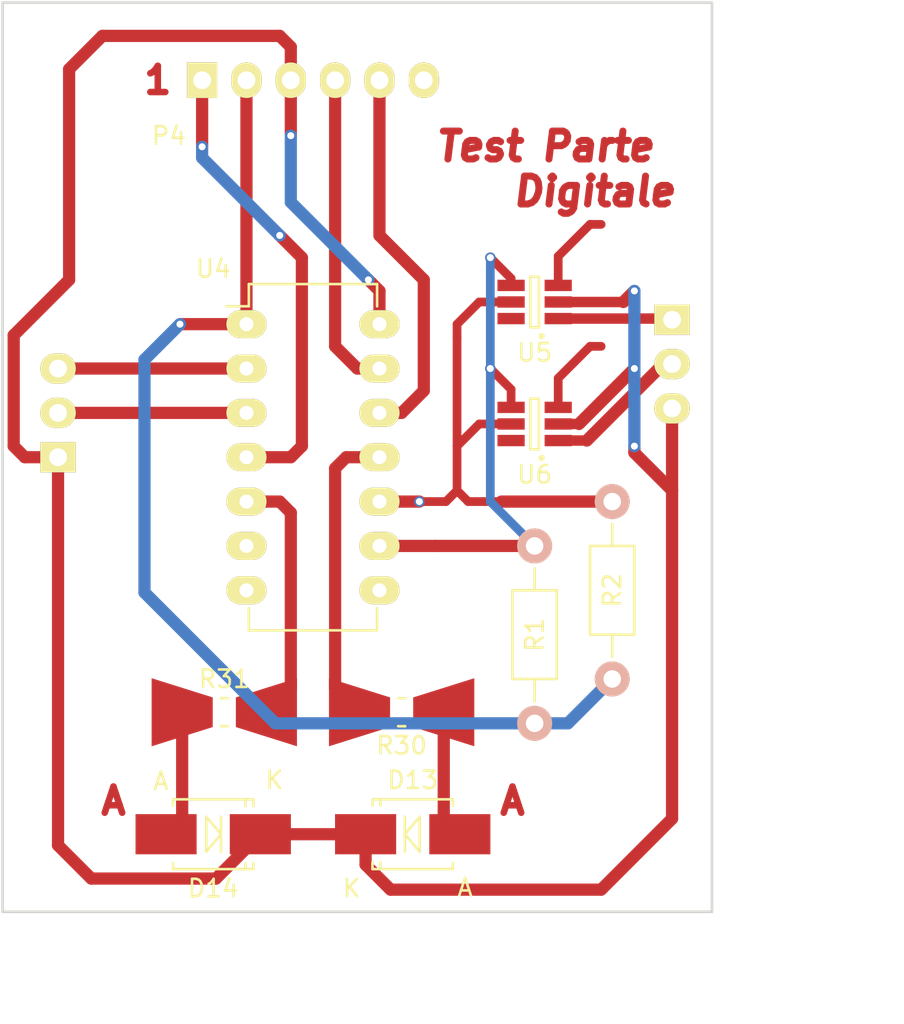
<source format=kicad_pcb>
(kicad_pcb (version 4) (host pcbnew 4.0.4+e1-6308~48~ubuntu16.04.1-stable)

  (general
    (links 30)
    (no_connects 3)
    (area 94.899762 86.128809 151.995 146.845001)
    (thickness 1.6)
    (drawings 10)
    (tracks 116)
    (zones 0)
    (modules 12)
    (nets 17)
  )

  (page A4)
  (layers
    (0 F.Cu signal)
    (31 B.Cu signal)
    (32 B.Adhes user)
    (33 F.Adhes user)
    (34 B.Paste user)
    (35 F.Paste user)
    (36 B.SilkS user)
    (37 F.SilkS user)
    (38 B.Mask user)
    (39 F.Mask user hide)
    (40 Dwgs.User user)
    (41 Cmts.User user)
    (42 Eco1.User user)
    (43 Eco2.User user)
    (44 Edge.Cuts user)
    (45 Margin user)
    (46 B.CrtYd user)
    (47 F.CrtYd user)
    (48 B.Fab user hide)
    (49 F.Fab user hide)
  )

  (setup
    (last_trace_width 0.5)
    (user_trace_width 0.5)
    (user_trace_width 0.7)
    (user_trace_width 0.8)
    (trace_clearance 0.2)
    (zone_clearance 0.508)
    (zone_45_only no)
    (trace_min 0.2)
    (segment_width 0.2)
    (edge_width 0.15)
    (via_size 0.6)
    (via_drill 0.4)
    (via_min_size 0.4)
    (via_min_drill 0.3)
    (uvia_size 0.3)
    (uvia_drill 0.1)
    (uvias_allowed no)
    (uvia_min_size 0.2)
    (uvia_min_drill 0.1)
    (pcb_text_width 0.3)
    (pcb_text_size 1.5 1.5)
    (mod_edge_width 0.15)
    (mod_text_size 1 1)
    (mod_text_width 0.15)
    (pad_size 1.524 1.524)
    (pad_drill 0.762)
    (pad_to_mask_clearance 0.2)
    (aux_axis_origin 0 0)
    (grid_origin 96.52 138.43)
    (visible_elements FFFFFF7F)
    (pcbplotparams
      (layerselection 0x00000_00000001)
      (usegerberextensions false)
      (excludeedgelayer false)
      (linewidth 0.100000)
      (plotframeref false)
      (viasonmask false)
      (mode 1)
      (useauxorigin false)
      (hpglpennumber 1)
      (hpglpenspeed 20)
      (hpglpendiameter 15)
      (hpglpenoverlay 2)
      (psnegative false)
      (psa4output false)
      (plotreference false)
      (plotvalue true)
      (plotinvisibletext false)
      (padsonsilk false)
      (subtractmaskfromsilk false)
      (outputformat 4)
      (mirror false)
      (drillshape 0)
      (scaleselection 1)
      (outputdirectory ""))
  )

  (net 0 "")
  (net 1 GND)
  (net 2 "Net-(D13-Pad2)")
  (net 3 "Net-(D14-Pad2)")
  (net 4 /TX)
  (net 5 /RX)
  (net 6 +5V)
  (net 7 /ICSPDAT)
  (net 8 /ICSPCLK)
  (net 9 /SDA)
  (net 10 /SCL)
  (net 11 /STATUS_LED_2)
  (net 12 /STATUS_LED_1)
  (net 13 VAA)
  (net 14 /dac_1_out)
  (net 15 /dac_2_out)
  (net 16 /~MCLR)

  (net_class Default "This is the default net class."
    (clearance 0.2)
    (trace_width 0.25)
    (via_dia 0.6)
    (via_drill 0.4)
    (uvia_dia 0.3)
    (uvia_drill 0.1)
    (add_net +5V)
    (add_net /ICSPCLK)
    (add_net /ICSPDAT)
    (add_net /RX)
    (add_net /SCL)
    (add_net /SDA)
    (add_net /STATUS_LED_1)
    (add_net /STATUS_LED_2)
    (add_net /TX)
    (add_net /dac_1_out)
    (add_net /dac_2_out)
    (add_net /~MCLR)
    (add_net GND)
    (add_net "Net-(D13-Pad2)")
    (add_net "Net-(D14-Pad2)")
    (add_net VAA)
  )

  (module Resistors_ThroughHole:Resistor_Horizontal_RM10mm (layer F.Cu) (tedit 5856571D) (tstamp 58565684)
    (at 127 127.635 90)
    (descr "Resistor, Axial,  RM 10mm, 1/3W")
    (tags "Resistor Axial RM 10mm 1/3W")
    (path /58565881)
    (fp_text reference R1 (at 5.08 0 90) (layer F.SilkS)
      (effects (font (size 1 1) (thickness 0.15)))
    )
    (fp_text value R (at 6.985 -2.54 90) (layer F.Fab)
      (effects (font (size 1 1) (thickness 0.15)))
    )
    (fp_line (start -1.25 -1.5) (end 11.4 -1.5) (layer F.CrtYd) (width 0.05))
    (fp_line (start -1.25 1.5) (end -1.25 -1.5) (layer F.CrtYd) (width 0.05))
    (fp_line (start 11.4 -1.5) (end 11.4 1.5) (layer F.CrtYd) (width 0.05))
    (fp_line (start -1.25 1.5) (end 11.4 1.5) (layer F.CrtYd) (width 0.05))
    (fp_line (start 2.54 -1.27) (end 7.62 -1.27) (layer F.SilkS) (width 0.15))
    (fp_line (start 7.62 -1.27) (end 7.62 1.27) (layer F.SilkS) (width 0.15))
    (fp_line (start 7.62 1.27) (end 2.54 1.27) (layer F.SilkS) (width 0.15))
    (fp_line (start 2.54 1.27) (end 2.54 -1.27) (layer F.SilkS) (width 0.15))
    (fp_line (start 2.54 0) (end 1.27 0) (layer F.SilkS) (width 0.15))
    (fp_line (start 7.62 0) (end 8.89 0) (layer F.SilkS) (width 0.15))
    (pad 1 thru_hole circle (at 0 0 90) (size 1.99898 1.99898) (drill 1.00076) (layers *.Cu *.SilkS *.Mask)
      (net 6 +5V))
    (pad 2 thru_hole circle (at 10.16 0 90) (size 1.99898 1.99898) (drill 1.00076) (layers *.Cu *.SilkS *.Mask)
      (net 9 /SDA))
    (model Resistors_ThroughHole.3dshapes/Resistor_Horizontal_RM10mm.wrl
      (at (xyz 0.2 0 0))
      (scale (xyz 0.4 0.4 0.4))
      (rotate (xyz 0 0 0))
    )
  )

  (module Resistors_ThroughHole:Resistor_Horizontal_RM10mm (layer F.Cu) (tedit 58565722) (tstamp 5856568A)
    (at 131.445 125.095 90)
    (descr "Resistor, Axial,  RM 10mm, 1/3W")
    (tags "Resistor Axial RM 10mm 1/3W")
    (path /5856597A)
    (fp_text reference R2 (at 5.08 0 90) (layer F.SilkS)
      (effects (font (size 1 1) (thickness 0.15)))
    )
    (fp_text value R (at 6.985 -2.54 90) (layer F.Fab)
      (effects (font (size 1 1) (thickness 0.15)))
    )
    (fp_line (start -1.25 -1.5) (end 11.4 -1.5) (layer F.CrtYd) (width 0.05))
    (fp_line (start -1.25 1.5) (end -1.25 -1.5) (layer F.CrtYd) (width 0.05))
    (fp_line (start 11.4 -1.5) (end 11.4 1.5) (layer F.CrtYd) (width 0.05))
    (fp_line (start -1.25 1.5) (end 11.4 1.5) (layer F.CrtYd) (width 0.05))
    (fp_line (start 2.54 -1.27) (end 7.62 -1.27) (layer F.SilkS) (width 0.15))
    (fp_line (start 7.62 -1.27) (end 7.62 1.27) (layer F.SilkS) (width 0.15))
    (fp_line (start 7.62 1.27) (end 2.54 1.27) (layer F.SilkS) (width 0.15))
    (fp_line (start 2.54 1.27) (end 2.54 -1.27) (layer F.SilkS) (width 0.15))
    (fp_line (start 2.54 0) (end 1.27 0) (layer F.SilkS) (width 0.15))
    (fp_line (start 7.62 0) (end 8.89 0) (layer F.SilkS) (width 0.15))
    (pad 1 thru_hole circle (at 0 0 90) (size 1.99898 1.99898) (drill 1.00076) (layers *.Cu *.SilkS *.Mask)
      (net 6 +5V))
    (pad 2 thru_hole circle (at 10.16 0 90) (size 1.99898 1.99898) (drill 1.00076) (layers *.Cu *.SilkS *.Mask)
      (net 10 /SCL))
    (model Resistors_ThroughHole.3dshapes/Resistor_Horizontal_RM10mm.wrl
      (at (xyz 0.2 0 0))
      (scale (xyz 0.4 0.4 0.4))
      (rotate (xyz 0 0 0))
    )
  )

  (module Housings_DIP:DIP-14_W7.62mm_LongPads (layer F.Cu) (tedit 5856594B) (tstamp 585656B4)
    (at 110.49 104.775)
    (descr "14-lead dip package, row spacing 7.62 mm (300 mils), longer pads")
    (tags "dil dip 2.54 300")
    (path /584FC13D)
    (fp_text reference U4 (at -1.905 -3.175 180) (layer F.SilkS)
      (effects (font (size 1 1) (thickness 0.15)))
    )
    (fp_text value PIC16F18323 (at 14.605 -1.905) (layer F.Fab)
      (effects (font (size 1 1) (thickness 0.15)))
    )
    (fp_line (start -1.4 -2.45) (end -1.4 17.7) (layer F.CrtYd) (width 0.05))
    (fp_line (start 9 -2.45) (end 9 17.7) (layer F.CrtYd) (width 0.05))
    (fp_line (start -1.4 -2.45) (end 9 -2.45) (layer F.CrtYd) (width 0.05))
    (fp_line (start -1.4 17.7) (end 9 17.7) (layer F.CrtYd) (width 0.05))
    (fp_line (start 0.135 -2.295) (end 0.135 -1.025) (layer F.SilkS) (width 0.15))
    (fp_line (start 7.485 -2.295) (end 7.485 -1.025) (layer F.SilkS) (width 0.15))
    (fp_line (start 7.485 17.535) (end 7.485 16.265) (layer F.SilkS) (width 0.15))
    (fp_line (start 0.135 17.535) (end 0.135 16.265) (layer F.SilkS) (width 0.15))
    (fp_line (start 0.135 -2.295) (end 7.485 -2.295) (layer F.SilkS) (width 0.15))
    (fp_line (start 0.135 17.535) (end 7.485 17.535) (layer F.SilkS) (width 0.15))
    (fp_line (start 0.135 -1.025) (end -1.15 -1.025) (layer F.SilkS) (width 0.15))
    (pad 1 thru_hole oval (at 0 0) (size 2.3 1.6) (drill 0.8) (layers *.Cu *.Mask F.SilkS)
      (net 6 +5V))
    (pad 2 thru_hole oval (at 0 2.54) (size 2.3 1.6) (drill 0.8) (layers *.Cu *.Mask F.SilkS)
      (net 5 /RX))
    (pad 3 thru_hole oval (at 0 5.08) (size 2.3 1.6) (drill 0.8) (layers *.Cu *.Mask F.SilkS)
      (net 4 /TX))
    (pad 4 thru_hole oval (at 0 7.62) (size 2.3 1.6) (drill 0.8) (layers *.Cu *.Mask F.SilkS)
      (net 16 /~MCLR))
    (pad 5 thru_hole oval (at 0 10.16) (size 2.3 1.6) (drill 0.8) (layers *.Cu *.Mask F.SilkS)
      (net 12 /STATUS_LED_1))
    (pad 6 thru_hole oval (at 0 12.7) (size 2.3 1.6) (drill 0.8) (layers *.Cu *.Mask F.SilkS))
    (pad 7 thru_hole oval (at 0 15.24) (size 2.3 1.6) (drill 0.8) (layers *.Cu *.Mask F.SilkS))
    (pad 8 thru_hole oval (at 7.62 15.24) (size 2.3 1.6) (drill 0.8) (layers *.Cu *.Mask F.SilkS))
    (pad 9 thru_hole oval (at 7.62 12.7) (size 2.3 1.6) (drill 0.8) (layers *.Cu *.Mask F.SilkS)
      (net 9 /SDA))
    (pad 10 thru_hole oval (at 7.62 10.16) (size 2.3 1.6) (drill 0.8) (layers *.Cu *.Mask F.SilkS)
      (net 10 /SCL))
    (pad 11 thru_hole oval (at 7.62 7.62) (size 2.3 1.6) (drill 0.8) (layers *.Cu *.Mask F.SilkS)
      (net 11 /STATUS_LED_2))
    (pad 12 thru_hole oval (at 7.62 5.08) (size 2.3 1.6) (drill 0.8) (layers *.Cu *.Mask F.SilkS)
      (net 8 /ICSPCLK))
    (pad 13 thru_hole oval (at 7.62 2.54) (size 2.3 1.6) (drill 0.8) (layers *.Cu *.Mask F.SilkS)
      (net 7 /ICSPDAT))
    (pad 14 thru_hole oval (at 7.62 0) (size 2.3 1.6) (drill 0.8) (layers *.Cu *.Mask F.SilkS)
      (net 1 GND))
    (model Housings_DIP.3dshapes/DIP-14_W7.62mm_LongPads.wrl
      (at (xyz 0 0 0))
      (scale (xyz 1 1 1))
      (rotate (xyz 0 0 0))
    )
  )

  (module Resistors_Universal:Resistor_SMD+THTuniversal_0805to2512_HandSoldering (layer F.Cu) (tedit 5856579D) (tstamp 58565859)
    (at 119.38 127 180)
    (descr "Resistor, SMD and THT, universal, 0805 to 2512, Hand soldering,")
    (tags "Resistor, SMD and THT, universal, 0805 to 2512, Hand soldering,")
    (path /584FEEDB)
    (fp_text reference R30 (at 0 -1.905 180) (layer F.SilkS)
      (effects (font (size 1 1) (thickness 0.15)))
    )
    (fp_text value 390 (at 0 2.54 180) (layer F.Fab)
      (effects (font (size 1 1) (thickness 0.15)))
    )
    (fp_line (start 0 0.8001) (end 0.20066 0.8001) (layer F.SilkS) (width 0.15))
    (fp_line (start 0 0.8001) (end -0.20066 0.8001) (layer F.SilkS) (width 0.15))
    (fp_line (start -0.09906 -0.8001) (end -0.20066 -0.8001) (layer F.SilkS) (width 0.15))
    (fp_line (start -0.20066 -0.8001) (end 0.20066 -0.8001) (layer F.SilkS) (width 0.15))
    (pad 1 smd trapezoid (at -2.413 0 180) (size 3.50012 2.79908) (rect_delta 1.09982 0 ) (layers F.Cu F.Paste F.Mask)
      (net 2 "Net-(D13-Pad2)"))
    (pad 2 smd trapezoid (at 2.413 0) (size 3.50012 2.79908) (rect_delta 1.09982 0 ) (layers F.Cu F.Paste F.Mask)
      (net 11 /STATUS_LED_2))
  )

  (module Resistors_Universal:Resistor_SMD+THTuniversal_0805to2512_HandSoldering (layer F.Cu) (tedit 585657A3) (tstamp 5856585E)
    (at 109.22 127)
    (descr "Resistor, SMD and THT, universal, 0805 to 2512, Hand soldering,")
    (tags "Resistor, SMD and THT, universal, 0805 to 2512, Hand soldering,")
    (path /584FF09D)
    (fp_text reference R31 (at 0 -1.905) (layer F.SilkS)
      (effects (font (size 1 1) (thickness 0.15)))
    )
    (fp_text value 390 (at 0 1.905) (layer F.Fab)
      (effects (font (size 1 1) (thickness 0.15)))
    )
    (fp_line (start 0 0.8001) (end 0.20066 0.8001) (layer F.SilkS) (width 0.15))
    (fp_line (start 0 0.8001) (end -0.20066 0.8001) (layer F.SilkS) (width 0.15))
    (fp_line (start -0.09906 -0.8001) (end -0.20066 -0.8001) (layer F.SilkS) (width 0.15))
    (fp_line (start -0.20066 -0.8001) (end 0.20066 -0.8001) (layer F.SilkS) (width 0.15))
    (pad 1 smd trapezoid (at -2.413 0) (size 3.50012 2.79908) (rect_delta 1.09982 0 ) (layers F.Cu F.Paste F.Mask)
      (net 3 "Net-(D14-Pad2)"))
    (pad 2 smd trapezoid (at 2.413 0 180) (size 3.50012 2.79908) (rect_delta 1.09982 0 ) (layers F.Cu F.Paste F.Mask)
      (net 12 /STATUS_LED_1))
  )

  (module Diodes_SMD:SMB_Handsoldering (layer F.Cu) (tedit 552FF2F0) (tstamp 585658C4)
    (at 120.015 133.985)
    (descr "Diode SMB Handsoldering")
    (tags "Diode SMB Handsoldering")
    (path /584FEDA7)
    (attr smd)
    (fp_text reference D13 (at 0 -3.1) (layer F.SilkS)
      (effects (font (size 1 1) (thickness 0.15)))
    )
    (fp_text value Led_Small (at 0.1 4.75) (layer F.Fab)
      (effects (font (size 1 1) (thickness 0.15)))
    )
    (fp_line (start -4.7 -2.25) (end 4.7 -2.25) (layer F.CrtYd) (width 0.05))
    (fp_line (start 4.7 -2.25) (end 4.7 2.25) (layer F.CrtYd) (width 0.05))
    (fp_line (start 4.7 2.25) (end -4.7 2.25) (layer F.CrtYd) (width 0.05))
    (fp_line (start -4.7 2.25) (end -4.7 -2.25) (layer F.CrtYd) (width 0.05))
    (fp_line (start -0.44958 0) (end 0.39878 -1.00076) (layer F.SilkS) (width 0.15))
    (fp_line (start 0.39878 -1.00076) (end 0.39878 1.00076) (layer F.SilkS) (width 0.15))
    (fp_line (start 0.39878 1.00076) (end -0.44958 0) (layer F.SilkS) (width 0.15))
    (fp_line (start -0.44958 0) (end -0.44958 1.00076) (layer F.SilkS) (width 0.15))
    (fp_line (start -0.44958 0) (end -0.44958 -1.00076) (layer F.SilkS) (width 0.15))
    (fp_text user K (at -3.5 3.1) (layer F.SilkS)
      (effects (font (size 1 1) (thickness 0.15)))
    )
    (fp_text user A (at 3 3.05) (layer F.SilkS)
      (effects (font (size 1 1) (thickness 0.15)))
    )
    (fp_line (start -2.30632 1.8) (end -2.30632 1.6002) (layer F.SilkS) (width 0.15))
    (fp_line (start -1.84928 1.8) (end -1.84928 1.601) (layer F.SilkS) (width 0.15))
    (fp_line (start 2.30124 1.8) (end 2.30124 1.651) (layer F.SilkS) (width 0.15))
    (fp_line (start -2.30124 -1.8) (end -2.30124 -1.651) (layer F.SilkS) (width 0.15))
    (fp_line (start -1.84928 -1.8) (end -1.84928 -1.651) (layer F.SilkS) (width 0.15))
    (fp_line (start 2.30124 -1.8) (end 2.30124 -1.651) (layer F.SilkS) (width 0.15))
    (fp_line (start -1.84928 1.94898) (end -1.84928 1.75086) (layer F.SilkS) (width 0.15))
    (fp_line (start -1.84928 -1.99898) (end -1.84928 -1.80086) (layer F.SilkS) (width 0.15))
    (fp_line (start 2.29616 1.99644) (end 2.29616 1.79832) (layer F.SilkS) (width 0.15))
    (fp_line (start -2.30632 1.99644) (end 2.29616 1.99644) (layer F.SilkS) (width 0.15))
    (fp_line (start -2.30632 1.99644) (end -2.30632 1.79832) (layer F.SilkS) (width 0.15))
    (fp_line (start -2.30124 -1.99898) (end -2.30124 -1.80086) (layer F.SilkS) (width 0.15))
    (fp_line (start -2.30124 -1.99898) (end 2.30124 -1.99898) (layer F.SilkS) (width 0.15))
    (fp_line (start 2.30124 -1.99898) (end 2.30124 -1.80086) (layer F.SilkS) (width 0.15))
    (pad 1 smd rect (at -2.70002 0) (size 3.50012 2.30124) (layers F.Cu F.Paste F.Mask)
      (net 1 GND))
    (pad 2 smd rect (at 2.70002 0) (size 3.50012 2.30124) (layers F.Cu F.Paste F.Mask)
      (net 2 "Net-(D13-Pad2)"))
    (model Diodes_SMD.3dshapes/SMB_Handsoldering.wrl
      (at (xyz 0 0 0))
      (scale (xyz 0.3937 0.3937 0.3937))
      (rotate (xyz 0 0 180))
    )
  )

  (module Diodes_SMD:SMB_Handsoldering (layer F.Cu) (tedit 552FF2F0) (tstamp 585658C9)
    (at 108.585 133.985 180)
    (descr "Diode SMB Handsoldering")
    (tags "Diode SMB Handsoldering")
    (path /584FF097)
    (attr smd)
    (fp_text reference D14 (at 0 -3.1 180) (layer F.SilkS)
      (effects (font (size 1 1) (thickness 0.15)))
    )
    (fp_text value Led_Small (at 0.1 4.75 180) (layer F.Fab)
      (effects (font (size 1 1) (thickness 0.15)))
    )
    (fp_line (start -4.7 -2.25) (end 4.7 -2.25) (layer F.CrtYd) (width 0.05))
    (fp_line (start 4.7 -2.25) (end 4.7 2.25) (layer F.CrtYd) (width 0.05))
    (fp_line (start 4.7 2.25) (end -4.7 2.25) (layer F.CrtYd) (width 0.05))
    (fp_line (start -4.7 2.25) (end -4.7 -2.25) (layer F.CrtYd) (width 0.05))
    (fp_line (start -0.44958 0) (end 0.39878 -1.00076) (layer F.SilkS) (width 0.15))
    (fp_line (start 0.39878 -1.00076) (end 0.39878 1.00076) (layer F.SilkS) (width 0.15))
    (fp_line (start 0.39878 1.00076) (end -0.44958 0) (layer F.SilkS) (width 0.15))
    (fp_line (start -0.44958 0) (end -0.44958 1.00076) (layer F.SilkS) (width 0.15))
    (fp_line (start -0.44958 0) (end -0.44958 -1.00076) (layer F.SilkS) (width 0.15))
    (fp_text user K (at -3.5 3.1 180) (layer F.SilkS)
      (effects (font (size 1 1) (thickness 0.15)))
    )
    (fp_text user A (at 3 3.05 180) (layer F.SilkS)
      (effects (font (size 1 1) (thickness 0.15)))
    )
    (fp_line (start -2.30632 1.8) (end -2.30632 1.6002) (layer F.SilkS) (width 0.15))
    (fp_line (start -1.84928 1.8) (end -1.84928 1.601) (layer F.SilkS) (width 0.15))
    (fp_line (start 2.30124 1.8) (end 2.30124 1.651) (layer F.SilkS) (width 0.15))
    (fp_line (start -2.30124 -1.8) (end -2.30124 -1.651) (layer F.SilkS) (width 0.15))
    (fp_line (start -1.84928 -1.8) (end -1.84928 -1.651) (layer F.SilkS) (width 0.15))
    (fp_line (start 2.30124 -1.8) (end 2.30124 -1.651) (layer F.SilkS) (width 0.15))
    (fp_line (start -1.84928 1.94898) (end -1.84928 1.75086) (layer F.SilkS) (width 0.15))
    (fp_line (start -1.84928 -1.99898) (end -1.84928 -1.80086) (layer F.SilkS) (width 0.15))
    (fp_line (start 2.29616 1.99644) (end 2.29616 1.79832) (layer F.SilkS) (width 0.15))
    (fp_line (start -2.30632 1.99644) (end 2.29616 1.99644) (layer F.SilkS) (width 0.15))
    (fp_line (start -2.30632 1.99644) (end -2.30632 1.79832) (layer F.SilkS) (width 0.15))
    (fp_line (start -2.30124 -1.99898) (end -2.30124 -1.80086) (layer F.SilkS) (width 0.15))
    (fp_line (start -2.30124 -1.99898) (end 2.30124 -1.99898) (layer F.SilkS) (width 0.15))
    (fp_line (start 2.30124 -1.99898) (end 2.30124 -1.80086) (layer F.SilkS) (width 0.15))
    (pad 1 smd rect (at -2.70002 0 180) (size 3.50012 2.30124) (layers F.Cu F.Paste F.Mask)
      (net 1 GND))
    (pad 2 smd rect (at 2.70002 0 180) (size 3.50012 2.30124) (layers F.Cu F.Paste F.Mask)
      (net 3 "Net-(D14-Pad2)"))
    (model Diodes_SMD.3dshapes/SMB_Handsoldering.wrl
      (at (xyz 0 0 0))
      (scale (xyz 0.3937 0.3937 0.3937))
      (rotate (xyz 0 0 180))
    )
  )

  (module Pin_Headers:Pin_Header_Straight_1x03 (layer F.Cu) (tedit 581679D6) (tstamp 58565A3E)
    (at 134.874 104.521)
    (descr "Through hole pin header")
    (tags "pin header")
    (path /58566183)
    (fp_text reference P1 (at -0.028 -2.39) (layer F.SilkS) hide
      (effects (font (size 1 1) (thickness 0.15)))
    )
    (fp_text value CONN_01X03 (at 0 -3.1) (layer F.Fab)
      (effects (font (size 1 1) (thickness 0.15)))
    )
    (fp_line (start -1.75 -1.75) (end -1.75 6.85) (layer F.CrtYd) (width 0.05))
    (fp_line (start 1.75 -1.75) (end 1.75 6.85) (layer F.CrtYd) (width 0.05))
    (fp_line (start -1.75 -1.75) (end 1.75 -1.75) (layer F.CrtYd) (width 0.05))
    (fp_line (start -1.75 6.85) (end 1.75 6.85) (layer F.CrtYd) (width 0.05))
    (pad 1 thru_hole rect (at 0 0) (size 2.032 1.7272) (drill 1.016) (layers *.Cu *.Mask F.SilkS)
      (net 14 /dac_1_out))
    (pad 2 thru_hole oval (at 0 2.54) (size 2.032 1.7272) (drill 1.016) (layers *.Cu *.Mask F.SilkS)
      (net 15 /dac_2_out))
    (pad 3 thru_hole oval (at 0 5.08) (size 2.032 1.7272) (drill 1.016) (layers *.Cu *.Mask F.SilkS)
      (net 1 GND))
    (model Pin_Headers.3dshapes/Pin_Header_Straight_1x03.wrl
      (at (xyz 0 -0.1 0))
      (scale (xyz 1 1 1))
      (rotate (xyz 0 0 90))
    )
  )

  (module Pin_Headers:Pin_Header_Straight_1x03 (layer F.Cu) (tedit 581679D6) (tstamp 58565AA3)
    (at 99.695 112.395 180)
    (descr "Through hole pin header")
    (tags "pin header")
    (path /585067E8)
    (fp_text reference P3 (at -0.028 -2.39 180) (layer F.SilkS) hide
      (effects (font (size 1 1) (thickness 0.15)))
    )
    (fp_text value UART_01X03 (at 0 -3.1 180) (layer F.Fab)
      (effects (font (size 1 1) (thickness 0.15)))
    )
    (fp_line (start -1.75 -1.75) (end -1.75 6.85) (layer F.CrtYd) (width 0.05))
    (fp_line (start 1.75 -1.75) (end 1.75 6.85) (layer F.CrtYd) (width 0.05))
    (fp_line (start -1.75 -1.75) (end 1.75 -1.75) (layer F.CrtYd) (width 0.05))
    (fp_line (start -1.75 6.85) (end 1.75 6.85) (layer F.CrtYd) (width 0.05))
    (pad 1 thru_hole rect (at 0 0 180) (size 2.032 1.7272) (drill 1.016) (layers *.Cu *.Mask F.SilkS)
      (net 1 GND))
    (pad 2 thru_hole oval (at 0 2.54 180) (size 2.032 1.7272) (drill 1.016) (layers *.Cu *.Mask F.SilkS)
      (net 4 /TX))
    (pad 3 thru_hole oval (at 0 5.08 180) (size 2.032 1.7272) (drill 1.016) (layers *.Cu *.Mask F.SilkS)
      (net 5 /RX))
    (model Pin_Headers.3dshapes/Pin_Header_Straight_1x03.wrl
      (at (xyz 0 -0.1 0))
      (scale (xyz 1 1 1))
      (rotate (xyz 0 0 90))
    )
  )

  (module Pin_Headers:Pin_Header_Straight_1x06 (layer F.Cu) (tedit 5816799F) (tstamp 58565AA9)
    (at 107.95 90.805 90)
    (descr "Through hole pin header")
    (tags "pin header")
    (path /584FCA58)
    (fp_text reference P4 (at -3.175 -1.905 180) (layer F.SilkS)
      (effects (font (size 1 1) (thickness 0.15)))
    )
    (fp_text value ICSP_01X06 (at 0 -3.1 90) (layer F.Fab)
      (effects (font (size 1 1) (thickness 0.15)))
    )
    (fp_line (start -1.75 -1.75) (end -1.75 14.45) (layer F.CrtYd) (width 0.05))
    (fp_line (start 1.75 -1.75) (end 1.75 14.45) (layer F.CrtYd) (width 0.05))
    (fp_line (start -1.75 -1.75) (end 1.75 -1.75) (layer F.CrtYd) (width 0.05))
    (fp_line (start -1.75 14.45) (end 1.75 14.45) (layer F.CrtYd) (width 0.05))
    (pad 1 thru_hole rect (at 0 0 90) (size 2.032 1.7272) (drill 1.016) (layers *.Cu *.Mask F.SilkS)
      (net 16 /~MCLR))
    (pad 2 thru_hole oval (at 0 2.54 90) (size 2.032 1.7272) (drill 1.016) (layers *.Cu *.Mask F.SilkS)
      (net 6 +5V))
    (pad 3 thru_hole oval (at 0 5.08 90) (size 2.032 1.7272) (drill 1.016) (layers *.Cu *.Mask F.SilkS)
      (net 1 GND))
    (pad 4 thru_hole oval (at 0 7.62 90) (size 2.032 1.7272) (drill 1.016) (layers *.Cu *.Mask F.SilkS)
      (net 7 /ICSPDAT))
    (pad 5 thru_hole oval (at 0 10.16 90) (size 2.032 1.7272) (drill 1.016) (layers *.Cu *.Mask F.SilkS)
      (net 8 /ICSPCLK))
    (pad 6 thru_hole oval (at 0 12.7 90) (size 2.032 1.7272) (drill 1.016) (layers *.Cu *.Mask F.SilkS))
    (model Pin_Headers.3dshapes/Pin_Header_Straight_1x06.wrl
      (at (xyz 0 -0.25 0))
      (scale (xyz 1 1 1))
      (rotate (xyz 0 0 90))
    )
  )

  (module TO_SOT_Packages_SMD:SOT-23-6_Handsoldering (layer F.Cu) (tedit 57267254) (tstamp 58594615)
    (at 127 103.505 180)
    (descr "6-pin SOT-23 package, Handsoldering")
    (tags "SOT-23-6 Handsoldering")
    (path /584FC1B0)
    (attr smd)
    (fp_text reference U5 (at 0 -2.9 180) (layer F.SilkS)
      (effects (font (size 1 1) (thickness 0.15)))
    )
    (fp_text value MCP4726 (at 0 2.9 180) (layer F.Fab)
      (effects (font (size 1 1) (thickness 0.15)))
    )
    (fp_line (start -2.4 1.7) (end -2.4 -1.7) (layer F.CrtYd) (width 0.05))
    (fp_line (start 2.4 1.7) (end -2.4 1.7) (layer F.CrtYd) (width 0.05))
    (fp_line (start 2.4 -1.7) (end 2.4 1.7) (layer F.CrtYd) (width 0.05))
    (fp_line (start -2.4 -1.7) (end 2.4 -1.7) (layer F.CrtYd) (width 0.05))
    (fp_circle (center -0.4 -1.95) (end -0.3 -1.95) (layer F.SilkS) (width 0.15))
    (fp_line (start 0.25 -1.45) (end -0.25 -1.45) (layer F.SilkS) (width 0.15))
    (fp_line (start 0.25 1.45) (end 0.25 -1.45) (layer F.SilkS) (width 0.15))
    (fp_line (start -0.25 1.45) (end 0.25 1.45) (layer F.SilkS) (width 0.15))
    (fp_line (start -0.25 -1.45) (end -0.25 1.45) (layer F.SilkS) (width 0.15))
    (pad 1 smd rect (at -1.35 -0.95 180) (size 1.56 0.65) (layers F.Cu F.Paste F.Mask)
      (net 14 /dac_1_out))
    (pad 2 smd rect (at -1.35 0 180) (size 1.56 0.65) (layers F.Cu F.Paste F.Mask)
      (net 1 GND))
    (pad 3 smd rect (at -1.35 0.95 180) (size 1.56 0.65) (layers F.Cu F.Paste F.Mask)
      (net 6 +5V))
    (pad 4 smd rect (at 1.35 0.95 180) (size 1.56 0.65) (layers F.Cu F.Paste F.Mask)
      (net 9 /SDA))
    (pad 6 smd rect (at 1.35 -0.95 180) (size 1.56 0.65) (layers F.Cu F.Paste F.Mask)
      (net 13 VAA))
    (pad 5 smd rect (at 1.35 0 180) (size 1.56 0.65) (layers F.Cu F.Paste F.Mask)
      (net 10 /SCL))
    (model TO_SOT_Packages_SMD.3dshapes/SOT-23-6.wrl
      (at (xyz 0 0 0))
      (scale (xyz 1 1 1))
      (rotate (xyz 0 0 0))
    )
  )

  (module TO_SOT_Packages_SMD:SOT-23-6_Handsoldering (layer F.Cu) (tedit 57267254) (tstamp 5859461E)
    (at 127 110.49 180)
    (descr "6-pin SOT-23 package, Handsoldering")
    (tags "SOT-23-6 Handsoldering")
    (path /584FC264)
    (attr smd)
    (fp_text reference U6 (at 0 -2.9 180) (layer F.SilkS)
      (effects (font (size 1 1) (thickness 0.15)))
    )
    (fp_text value MCP4726 (at 0 2.9 180) (layer F.Fab)
      (effects (font (size 1 1) (thickness 0.15)))
    )
    (fp_line (start -2.4 1.7) (end -2.4 -1.7) (layer F.CrtYd) (width 0.05))
    (fp_line (start 2.4 1.7) (end -2.4 1.7) (layer F.CrtYd) (width 0.05))
    (fp_line (start 2.4 -1.7) (end 2.4 1.7) (layer F.CrtYd) (width 0.05))
    (fp_line (start -2.4 -1.7) (end 2.4 -1.7) (layer F.CrtYd) (width 0.05))
    (fp_circle (center -0.4 -1.95) (end -0.3 -1.95) (layer F.SilkS) (width 0.15))
    (fp_line (start 0.25 -1.45) (end -0.25 -1.45) (layer F.SilkS) (width 0.15))
    (fp_line (start 0.25 1.45) (end 0.25 -1.45) (layer F.SilkS) (width 0.15))
    (fp_line (start -0.25 1.45) (end 0.25 1.45) (layer F.SilkS) (width 0.15))
    (fp_line (start -0.25 -1.45) (end -0.25 1.45) (layer F.SilkS) (width 0.15))
    (pad 1 smd rect (at -1.35 -0.95 180) (size 1.56 0.65) (layers F.Cu F.Paste F.Mask)
      (net 15 /dac_2_out))
    (pad 2 smd rect (at -1.35 0 180) (size 1.56 0.65) (layers F.Cu F.Paste F.Mask)
      (net 1 GND))
    (pad 3 smd rect (at -1.35 0.95 180) (size 1.56 0.65) (layers F.Cu F.Paste F.Mask)
      (net 6 +5V))
    (pad 4 smd rect (at 1.35 0.95 180) (size 1.56 0.65) (layers F.Cu F.Paste F.Mask)
      (net 9 /SDA))
    (pad 6 smd rect (at 1.35 -0.95 180) (size 1.56 0.65) (layers F.Cu F.Paste F.Mask)
      (net 13 VAA))
    (pad 5 smd rect (at 1.35 0 180) (size 1.56 0.65) (layers F.Cu F.Paste F.Mask)
      (net 10 /SCL))
    (model TO_SOT_Packages_SMD.3dshapes/SOT-23-6.wrl
      (at (xyz 0 0 0))
      (scale (xyz 1 1 1))
      (rotate (xyz 0 0 0))
    )
  )

  (dimension 52.07 (width 0.3) (layer Margin)
    (gr_text "52,070 mm" (at 145.495 112.395 90) (layer Margin)
      (effects (font (size 1.5 1.5) (thickness 0.3)))
    )
    (feature1 (pts (xy 140.97 86.36) (xy 146.845 86.36)))
    (feature2 (pts (xy 140.97 138.43) (xy 146.845 138.43)))
    (crossbar (pts (xy 144.145 138.43) (xy 144.145 86.36)))
    (arrow1a (pts (xy 144.145 86.36) (xy 144.731421 87.486504)))
    (arrow1b (pts (xy 144.145 86.36) (xy 143.558579 87.486504)))
    (arrow2a (pts (xy 144.145 138.43) (xy 144.731421 137.303496)))
    (arrow2b (pts (xy 144.145 138.43) (xy 143.558579 137.303496)))
  )
  (dimension 40.64 (width 0.3) (layer Margin)
    (gr_text "40,640 mm" (at 116.84 145.495) (layer Margin)
      (effects (font (size 1.5 1.5) (thickness 0.3)))
    )
    (feature1 (pts (xy 137.16 141.605) (xy 137.16 146.845)))
    (feature2 (pts (xy 96.52 141.605) (xy 96.52 146.845)))
    (crossbar (pts (xy 96.52 144.145) (xy 137.16 144.145)))
    (arrow1a (pts (xy 137.16 144.145) (xy 136.033496 144.731421)))
    (arrow1b (pts (xy 137.16 144.145) (xy 136.033496 143.558579)))
    (arrow2a (pts (xy 96.52 144.145) (xy 97.646504 144.731421)))
    (arrow2b (pts (xy 96.52 144.145) (xy 97.646504 143.558579)))
  )
  (gr_text A (at 125.73 132.08) (layer F.Cu)
    (effects (font (size 1.5 1.5) (thickness 0.375)))
  )
  (gr_text A (at 102.87 132.08) (layer F.Cu)
    (effects (font (size 1.5 1.5) (thickness 0.375)))
  )
  (gr_text 1 (at 105.41 90.805) (layer F.Cu)
    (effects (font (size 1.5 1.5) (thickness 0.375)))
  )
  (gr_text "Test Parte \nDigitale\n" (at 135.255 95.885) (layer F.Cu)
    (effects (font (size 1.6 1.6) (thickness 0.4) italic) (justify right))
  )
  (gr_line (start 96.52 86.36) (end 96.52 138.43) (angle 90) (layer Edge.Cuts) (width 0.15))
  (gr_line (start 137.16 86.36) (end 96.52 86.36) (angle 90) (layer Edge.Cuts) (width 0.15))
  (gr_line (start 137.16 138.43) (end 137.16 86.36) (angle 90) (layer Edge.Cuts) (width 0.15))
  (gr_line (start 96.52 138.43) (end 137.16 138.43) (angle 90) (layer Edge.Cuts) (width 0.15))

  (segment (start 128.1 103.505) (end 132.08 103.505) (width 0.6) (layer F.Cu) (net 1))
  (segment (start 132.08 103.505) (end 132.715 102.87) (width 0.7) (layer F.Cu) (net 1))
  (via (at 132.715 102.87) (size 0.6) (drill 0.4) (layers F.Cu B.Cu) (net 1))
  (segment (start 132.715 107.315) (end 132.715 102.87) (width 0.7) (layer B.Cu) (net 1))
  (via (at 132.715 107.315) (size 0.6) (drill 0.4) (layers F.Cu B.Cu) (net 1))
  (segment (start 129.54 110.49) (end 128.1 110.49) (width 0.6) (layer F.Cu) (net 1))
  (segment (start 132.715 107.315) (end 129.54 110.49) (width 0.7) (layer F.Cu) (net 1))
  (segment (start 132.715 107.315) (end 132.715 111.76) (width 0.7) (layer B.Cu) (net 1))
  (segment (start 134.874 133.096) (end 134.874 114.3) (width 0.7) (layer F.Cu) (net 1))
  (segment (start 134.874 114.3) (end 134.874 109.601) (width 0.7) (layer F.Cu) (net 1))
  (segment (start 132.715 111.76) (end 132.715 112.141) (width 0.7) (layer F.Cu) (net 1))
  (segment (start 132.715 112.141) (end 134.874 114.3) (width 0.7) (layer F.Cu) (net 1))
  (via (at 132.715 111.76) (size 0.6) (drill 0.4) (layers F.Cu B.Cu) (net 1))
  (segment (start 130.81 137.16) (end 134.874 133.096) (width 0.7) (layer F.Cu) (net 1))
  (segment (start 118.745 137.16) (end 130.81 137.16) (width 0.7) (layer F.Cu) (net 1))
  (segment (start 117.31498 135.72998) (end 118.745 137.16) (width 0.7) (layer F.Cu) (net 1))
  (segment (start 117.31498 133.985) (end 117.31498 135.72998) (width 0.7) (layer F.Cu) (net 1))
  (segment (start 113.03 93.98) (end 113.03 90.805) (width 0.7) (layer F.Cu) (net 1))
  (segment (start 117.475 102.235) (end 113.03 97.79) (width 0.7) (layer B.Cu) (net 1))
  (segment (start 113.03 97.79) (end 113.03 93.98) (width 0.7) (layer B.Cu) (net 1))
  (via (at 113.03 93.98) (size 0.6) (drill 0.4) (layers F.Cu B.Cu) (net 1))
  (segment (start 118.11 104.775) (end 118.11 102.87) (width 0.7) (layer F.Cu) (net 1))
  (segment (start 118.11 102.87) (end 117.475 102.235) (width 0.7) (layer F.Cu) (net 1))
  (via (at 117.475 102.235) (size 0.6) (drill 0.4) (layers F.Cu B.Cu) (net 1))
  (segment (start 101.6 136.525) (end 108.74502 136.525) (width 0.7) (layer F.Cu) (net 1))
  (segment (start 108.74502 136.525) (end 111.28502 133.985) (width 0.7) (layer F.Cu) (net 1))
  (segment (start 99.695 134.62) (end 101.6 136.525) (width 0.7) (layer F.Cu) (net 1))
  (segment (start 99.695 112.395) (end 99.695 134.62) (width 0.7) (layer F.Cu) (net 1))
  (segment (start 111.28502 133.985) (end 117.31498 133.985) (width 0.7) (layer F.Cu) (net 1))
  (segment (start 99.695 112.395) (end 97.79 112.395) (width 0.7) (layer F.Cu) (net 1))
  (segment (start 97.79 112.395) (end 97.155 111.76) (width 0.7) (layer F.Cu) (net 1))
  (segment (start 97.155 111.76) (end 97.155 105.41) (width 0.7) (layer F.Cu) (net 1))
  (segment (start 97.155 105.41) (end 100.33 102.235) (width 0.7) (layer F.Cu) (net 1))
  (segment (start 100.33 102.235) (end 100.33 90.17) (width 0.7) (layer F.Cu) (net 1))
  (segment (start 100.33 90.17) (end 102.235 88.265) (width 0.7) (layer F.Cu) (net 1))
  (segment (start 102.235 88.265) (end 112.395 88.265) (width 0.7) (layer F.Cu) (net 1))
  (segment (start 112.395 88.265) (end 113.03 88.9) (width 0.7) (layer F.Cu) (net 1))
  (segment (start 113.03 88.9) (end 113.03 90.805) (width 0.7) (layer F.Cu) (net 1))
  (segment (start 113.03 90.805) (end 113.03 90.9) (width 0.7) (layer F.Cu) (net 1))
  (segment (start 121.793 127) (end 121.793 133.06298) (width 0.7) (layer F.Cu) (net 2))
  (segment (start 121.793 133.06298) (end 122.71502 133.985) (width 0.7) (layer F.Cu) (net 2))
  (segment (start 106.807 127) (end 106.807 133.06298) (width 0.7) (layer F.Cu) (net 3))
  (segment (start 106.807 133.06298) (end 105.88498 133.985) (width 0.7) (layer F.Cu) (net 3))
  (segment (start 110.49 109.855) (end 99.695 109.855) (width 0.7) (layer F.Cu) (net 4))
  (segment (start 99.695 107.315) (end 110.49 107.315) (width 0.7) (layer F.Cu) (net 5))
  (segment (start 130.175 106.045) (end 130.81 106.045) (width 0.5) (layer F.Cu) (net 6))
  (segment (start 128.35 107.87) (end 130.175 106.045) (width 0.5) (layer F.Cu) (net 6))
  (segment (start 128.35 109.54) (end 128.35 107.87) (width 0.5) (layer F.Cu) (net 6))
  (segment (start 130.175 99.06) (end 130.81 99.06) (width 0.5) (layer F.Cu) (net 6))
  (segment (start 128.35 100.885) (end 130.175 99.06) (width 0.5) (layer F.Cu) (net 6))
  (segment (start 128.35 102.555) (end 128.35 100.885) (width 0.5) (layer F.Cu) (net 6))
  (segment (start 106.68 104.775) (end 110.49 104.775) (width 0.7) (layer F.Cu) (net 6))
  (via (at 106.68 104.775) (size 0.6) (drill 0.4) (layers F.Cu B.Cu) (net 6))
  (segment (start 131.445 125.095) (end 130.81 125.095) (width 0.7) (layer B.Cu) (net 6))
  (segment (start 127 127.635) (end 128.905 127.635) (width 0.7) (layer B.Cu) (net 6))
  (segment (start 128.905 127.635) (end 131.445 125.095) (width 0.7) (layer B.Cu) (net 6))
  (segment (start 104.648 120.142) (end 112.141 127.635) (width 0.7) (layer B.Cu) (net 6))
  (segment (start 112.141 127.635) (end 127 127.635) (width 0.7) (layer B.Cu) (net 6))
  (segment (start 104.648 106.807) (end 104.648 120.142) (width 0.7) (layer B.Cu) (net 6))
  (segment (start 106.68 104.775) (end 104.648 106.807) (width 0.7) (layer B.Cu) (net 6))
  (segment (start 110.49 104.775) (end 110.49 90.805) (width 0.7) (layer F.Cu) (net 6))
  (segment (start 116.84 107.315) (end 115.57 106.045) (width 0.7) (layer F.Cu) (net 7))
  (segment (start 115.57 106.045) (end 115.57 90.805) (width 0.7) (layer F.Cu) (net 7))
  (segment (start 118.11 107.315) (end 116.84 107.315) (width 0.7) (layer F.Cu) (net 7))
  (segment (start 120.65 108.585) (end 119.38 109.855) (width 0.7) (layer F.Cu) (net 8))
  (segment (start 119.38 109.855) (end 118.11 109.855) (width 0.7) (layer F.Cu) (net 8))
  (segment (start 120.65 102.235) (end 120.65 108.585) (width 0.7) (layer F.Cu) (net 8))
  (segment (start 118.11 99.695) (end 120.65 102.235) (width 0.7) (layer F.Cu) (net 8))
  (segment (start 118.11 90.805) (end 118.11 99.695) (width 0.7) (layer F.Cu) (net 8))
  (segment (start 124.46 100.965) (end 124.46 107.315) (width 0.5) (layer B.Cu) (net 9))
  (segment (start 124.46 114.935) (end 124.46 107.315) (width 0.5) (layer B.Cu) (net 9))
  (via (at 124.46 107.315) (size 0.6) (drill 0.4) (layers F.Cu B.Cu) (net 9))
  (segment (start 124.46 114.935) (end 127 117.475) (width 0.5) (layer B.Cu) (net 9))
  (via (at 124.46 100.965) (size 0.6) (drill 0.4) (layers F.Cu B.Cu) (net 9))
  (segment (start 125.65 102.155) (end 124.46 100.965) (width 0.5) (layer F.Cu) (net 9))
  (segment (start 125.65 102.555) (end 125.65 102.155) (width 0.5) (layer F.Cu) (net 9))
  (segment (start 125.65 108.505) (end 124.46 107.315) (width 0.5) (layer F.Cu) (net 9))
  (segment (start 125.65 109.54) (end 125.65 108.505) (width 0.5) (layer F.Cu) (net 9))
  (segment (start 127 117.475) (end 121.285 117.475) (width 0.7) (layer F.Cu) (net 9))
  (segment (start 118.11 117.475) (end 121.285 117.475) (width 0.7) (layer F.Cu) (net 9))
  (segment (start 123.825 103.505) (end 122.555 104.775) (width 0.5) (layer F.Cu) (net 10))
  (segment (start 122.555 104.775) (end 122.555 105.537) (width 0.5) (layer F.Cu) (net 10))
  (segment (start 125.65 103.505) (end 123.825 103.505) (width 0.5) (layer F.Cu) (net 10))
  (segment (start 125.095 114.935) (end 123.19 114.935) (width 0.5) (layer F.Cu) (net 10))
  (segment (start 123.19 114.935) (end 122.555 114.3) (width 0.5) (layer F.Cu) (net 10))
  (segment (start 122.555 114.3) (end 122.555 111.76) (width 0.5) (layer F.Cu) (net 10))
  (segment (start 122.555 111.76) (end 122.555 105.537) (width 0.5) (layer F.Cu) (net 10))
  (segment (start 125.65 110.49) (end 123.825 110.49) (width 0.5) (layer F.Cu) (net 10))
  (segment (start 123.825 110.49) (end 122.555 111.76) (width 0.5) (layer F.Cu) (net 10))
  (segment (start 121.92 114.935) (end 122.555 114.3) (width 0.5) (layer F.Cu) (net 10))
  (segment (start 120.396 114.935) (end 121.92 114.935) (width 0.5) (layer F.Cu) (net 10))
  (segment (start 120.396 114.935) (end 118.11 114.935) (width 0.7) (layer F.Cu) (net 10))
  (via (at 120.396 114.935) (size 0.6) (drill 0.4) (layers F.Cu B.Cu) (net 10))
  (segment (start 131.445 114.935) (end 125.095 114.935) (width 0.7) (layer F.Cu) (net 10))
  (segment (start 115.57 113.03) (end 115.57 125.603) (width 0.7) (layer F.Cu) (net 11))
  (segment (start 115.57 125.603) (end 116.967 127) (width 0.7) (layer F.Cu) (net 11))
  (segment (start 116.205 112.395) (end 115.57 113.03) (width 0.7) (layer F.Cu) (net 11))
  (segment (start 118.11 112.395) (end 116.205 112.395) (width 0.7) (layer F.Cu) (net 11))
  (segment (start 113.03 115.57) (end 113.03 125.603) (width 0.7) (layer F.Cu) (net 12))
  (segment (start 113.03 125.603) (end 111.633 127) (width 0.7) (layer F.Cu) (net 12))
  (segment (start 112.395 114.935) (end 113.03 115.57) (width 0.7) (layer F.Cu) (net 12))
  (segment (start 110.49 114.935) (end 112.395 114.935) (width 0.7) (layer F.Cu) (net 12))
  (segment (start 128.1 104.455) (end 134.808 104.455) (width 0.6) (layer F.Cu) (net 14))
  (segment (start 134.808 104.455) (end 134.874 104.521) (width 0.7) (layer F.Cu) (net 14))
  (segment (start 129.987 111.44) (end 134.366 107.061) (width 0.7) (layer F.Cu) (net 15))
  (segment (start 134.366 107.061) (end 134.874 107.061) (width 0.7) (layer F.Cu) (net 15))
  (segment (start 128.1 111.44) (end 129.987 111.44) (width 0.6) (layer F.Cu) (net 15))
  (segment (start 107.95 94.615) (end 107.95 90.805) (width 0.7) (layer F.Cu) (net 16))
  (segment (start 112.395 99.695) (end 107.95 95.25) (width 0.7) (layer B.Cu) (net 16))
  (segment (start 107.95 95.25) (end 107.95 94.615) (width 0.7) (layer B.Cu) (net 16))
  (via (at 107.95 94.615) (size 0.6) (drill 0.4) (layers F.Cu B.Cu) (net 16))
  (segment (start 113.665 100.965) (end 112.395 99.695) (width 0.7) (layer F.Cu) (net 16))
  (via (at 112.395 99.695) (size 0.6) (drill 0.4) (layers F.Cu B.Cu) (net 16))
  (segment (start 113.665 111.76) (end 113.665 100.965) (width 0.7) (layer F.Cu) (net 16))
  (segment (start 113.03 112.395) (end 113.665 111.76) (width 0.7) (layer F.Cu) (net 16))
  (segment (start 110.49 112.395) (end 113.03 112.395) (width 0.7) (layer F.Cu) (net 16))

)

</source>
